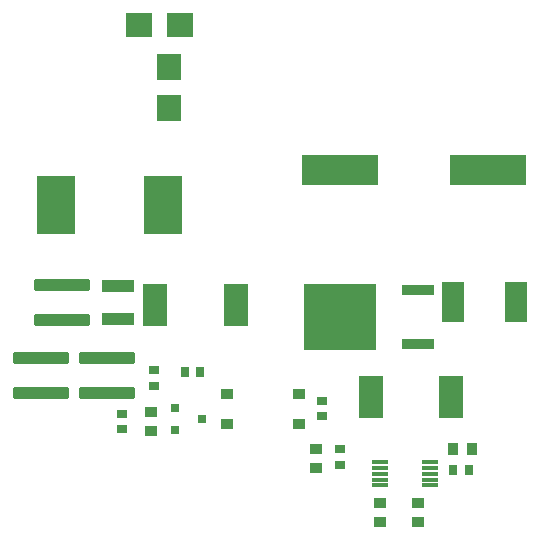
<source format=gtp>
G04*
G04 #@! TF.GenerationSoftware,Altium Limited,Altium Designer,24.6.1 (21)*
G04*
G04 Layer_Color=8421504*
%FSLAX44Y44*%
%MOMM*%
G71*
G04*
G04 #@! TF.SameCoordinates,3543CAA1-DD97-48C0-8C70-DC48A9E16949*
G04*
G04*
G04 #@! TF.FilePolarity,Positive*
G04*
G01*
G75*
%ADD16R,1.0500X0.9000*%
%ADD17R,2.0000X3.6000*%
G04:AMPARAMS|DCode=18|XSize=1.1mm|YSize=0.9mm|CornerRadius=0.1125mm|HoleSize=0mm|Usage=FLASHONLY|Rotation=0.000|XOffset=0mm|YOffset=0mm|HoleType=Round|Shape=RoundedRectangle|*
%AMROUNDEDRECTD18*
21,1,1.1000,0.6750,0,0,0.0*
21,1,0.8750,0.9000,0,0,0.0*
1,1,0.2250,0.4375,-0.3375*
1,1,0.2250,-0.4375,-0.3375*
1,1,0.2250,-0.4375,0.3375*
1,1,0.2250,0.4375,0.3375*
%
%ADD18ROUNDEDRECTD18*%
%ADD19R,0.8000X0.9500*%
%ADD20R,0.9500X0.8000*%
%ADD21R,0.7620X0.7620*%
%ADD22R,2.7700X1.1000*%
G04:AMPARAMS|DCode=23|XSize=0.97mm|YSize=4.73mm|CornerRadius=0.1213mm|HoleSize=0mm|Usage=FLASHONLY|Rotation=90.000|XOffset=0mm|YOffset=0mm|HoleType=Round|Shape=RoundedRectangle|*
%AMROUNDEDRECTD23*
21,1,0.9700,4.4875,0,0,90.0*
21,1,0.7275,4.7300,0,0,90.0*
1,1,0.2425,2.2438,0.3638*
1,1,0.2425,2.2438,-0.3638*
1,1,0.2425,-2.2438,-0.3638*
1,1,0.2425,-2.2438,0.3638*
%
%ADD23ROUNDEDRECTD23*%
G04:AMPARAMS|DCode=24|XSize=1.9mm|YSize=3.37mm|CornerRadius=0.0665mm|HoleSize=0mm|Usage=FLASHONLY|Rotation=180.000|XOffset=0mm|YOffset=0mm|HoleType=Round|Shape=RoundedRectangle|*
%AMROUNDEDRECTD24*
21,1,1.9000,3.2370,0,0,180.0*
21,1,1.7670,3.3700,0,0,180.0*
1,1,0.1330,-0.8835,1.6185*
1,1,0.1330,0.8835,1.6185*
1,1,0.1330,0.8835,-1.6185*
1,1,0.1330,-0.8835,-1.6185*
%
%ADD24ROUNDEDRECTD24*%
G04:AMPARAMS|DCode=25|XSize=1.4mm|YSize=0.28mm|CornerRadius=0.035mm|HoleSize=0mm|Usage=FLASHONLY|Rotation=180.000|XOffset=0mm|YOffset=0mm|HoleType=Round|Shape=RoundedRectangle|*
%AMROUNDEDRECTD25*
21,1,1.4000,0.2100,0,0,180.0*
21,1,1.3300,0.2800,0,0,180.0*
1,1,0.0700,-0.6650,0.1050*
1,1,0.0700,0.6650,0.1050*
1,1,0.0700,0.6650,-0.1050*
1,1,0.0700,-0.6650,-0.1050*
%
%ADD25ROUNDEDRECTD25*%
%ADD26R,0.9000X1.0500*%
%ADD27R,6.5000X2.5000*%
%ADD28R,3.1750X4.9530*%
%ADD29R,2.1000X2.2500*%
%ADD30R,2.8300X0.9700*%
%ADD31R,6.0900X5.6300*%
%ADD32R,2.2500X2.1000*%
D16*
X113250Y-220750D02*
D03*
Y-204750D02*
D03*
X27500Y-159500D02*
D03*
Y-175500D02*
D03*
X81250Y-204750D02*
D03*
Y-220750D02*
D03*
X-112750Y-127500D02*
D03*
Y-143500D02*
D03*
D17*
X-108850Y-37290D02*
D03*
X-40850D02*
D03*
X141650Y-114790D02*
D03*
X73650D02*
D03*
D18*
X13000Y-112300D02*
D03*
Y-137700D02*
D03*
X-48000D02*
D03*
Y-112300D02*
D03*
D19*
X-83750Y-93500D02*
D03*
X-70750D02*
D03*
X143500Y-177000D02*
D03*
X156500D02*
D03*
D20*
X-110000Y-105500D02*
D03*
Y-92500D02*
D03*
X32500Y-118500D02*
D03*
Y-131500D02*
D03*
X47500Y-159500D02*
D03*
Y-172500D02*
D03*
X-137000Y-129500D02*
D03*
Y-142500D02*
D03*
D21*
X-69500Y-133750D02*
D03*
X-92360Y-124225D02*
D03*
Y-143275D02*
D03*
D22*
X-140000Y-20870D02*
D03*
Y-49130D02*
D03*
D23*
X-187500Y-20200D02*
D03*
Y-49800D02*
D03*
X-150000Y-111300D02*
D03*
Y-81700D02*
D03*
X-205250D02*
D03*
Y-111300D02*
D03*
D24*
X196600Y-35000D02*
D03*
X143400D02*
D03*
D25*
X81100Y-170000D02*
D03*
Y-175000D02*
D03*
Y-180000D02*
D03*
Y-185000D02*
D03*
Y-190000D02*
D03*
X123900Y-170000D02*
D03*
Y-175000D02*
D03*
Y-180000D02*
D03*
Y-185000D02*
D03*
Y-190000D02*
D03*
D26*
X143250Y-159250D02*
D03*
X159250D02*
D03*
D27*
X47500Y77500D02*
D03*
X172500D02*
D03*
D28*
X-102415Y47500D02*
D03*
X-192585D02*
D03*
D29*
X-97500Y164000D02*
D03*
Y129500D02*
D03*
D30*
X113900Y-70400D02*
D03*
Y-24600D02*
D03*
D31*
X47400Y-47500D02*
D03*
D32*
X-122250Y200000D02*
D03*
X-87750D02*
D03*
M02*

</source>
